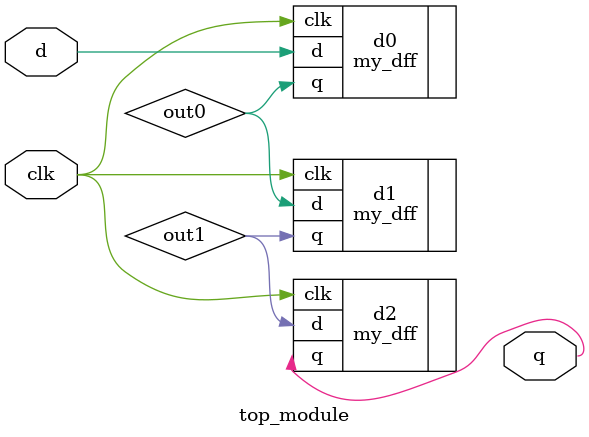
<source format=v>
module top_module ( input clk, input d, output q );
    
    wire out0, out1;
    
    my_dff d0 (.clk(clk), .d(d),    .q(out0));
    my_dff d1 (.clk(clk), .d(out0), .q(out1));
    my_dff d2 (.clk(clk), .d(out1), .q(q   ));

endmodule
</source>
